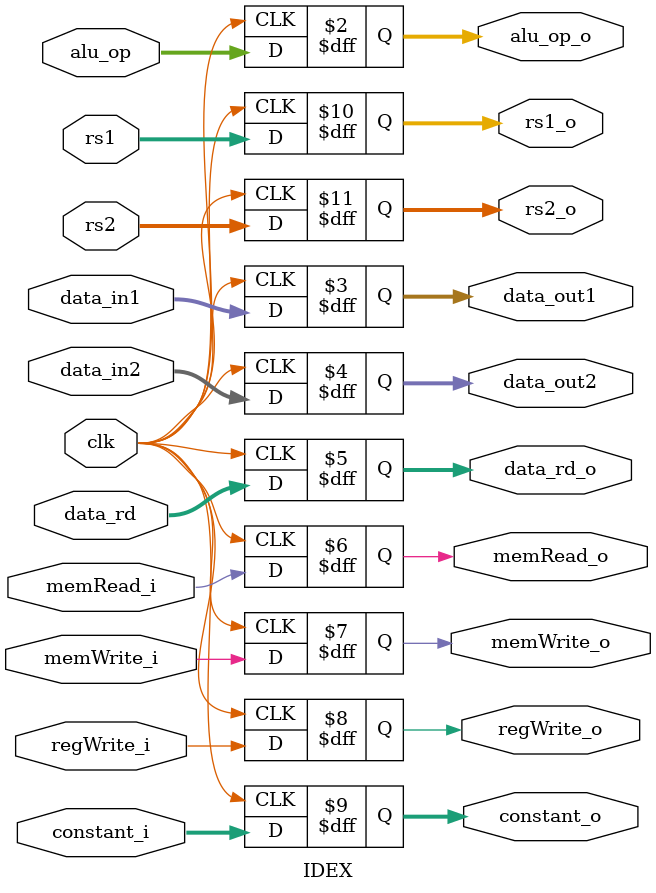
<source format=sv>
module IDEX(
	input clk,
	input [3:0] alu_op,
	input [7:0] data_in1,
	input [7:0] data_in2,
	input [2:0] data_rd,
	input memRead_i,
	input memWrite_i,
	input regWrite_i,
	input	[1:0] constant_i,
	input [2:0] rs1,
	input [2:0] rs2,
	output reg [3:0] alu_op_o,
	output reg [7:0] data_out1,
	output reg [7:0] data_out2,
	output reg [2:0] data_rd_o,
	output reg memRead_o,
	output reg memWrite_o,
	output reg regWrite_o,
	output reg [1:0] constant_o,
	output reg [2:0] rs1_o,
	output reg [2:0] rs2_o
);

always_ff @ (posedge clk) begin
	alu_op_o <= alu_op;
	data_out1 <= data_in1;
	data_out2 <= data_in2;
	data_rd_o <= data_rd;
	memRead_o <= memRead_i;
	memWrite_o <= memWrite_i;
	regWrite_o <= regWrite_i;
	constant_o <= constant_i;
	rs1_o <= rs1;
	rs2_o <= rs2;
end

endmodule
</source>
